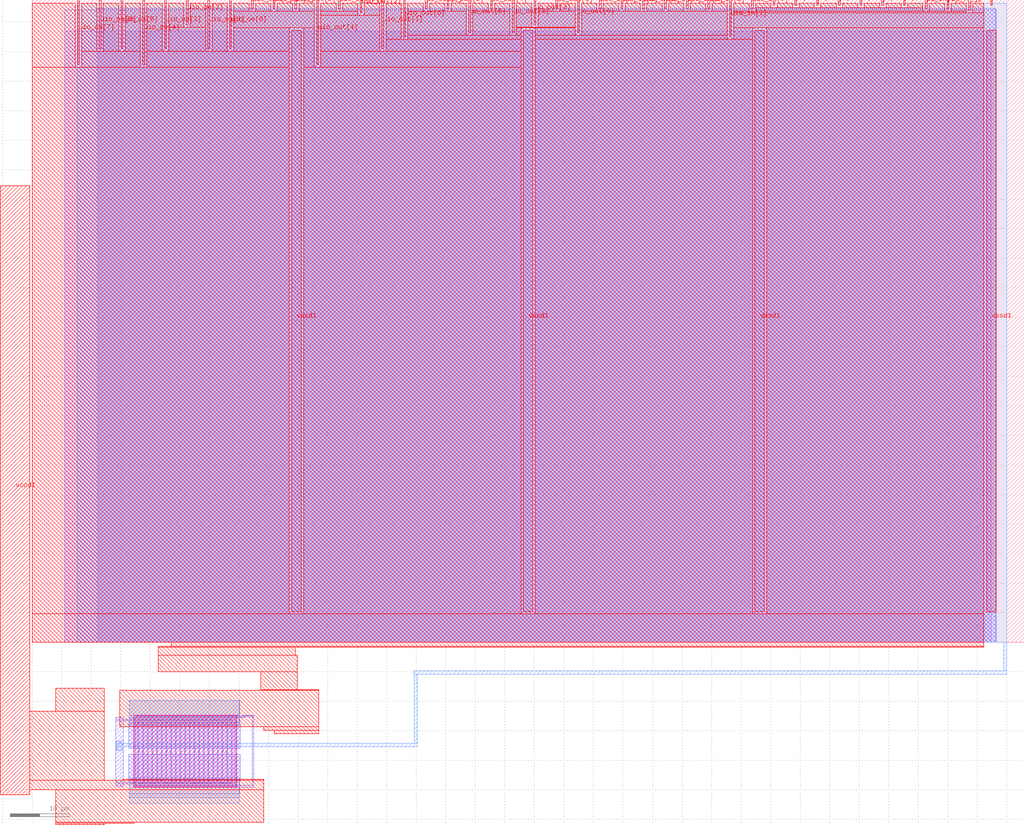
<source format=lef>
VERSION 5.7 ;
  NOWIREEXTENSIONATPIN ON ;
  DIVIDERCHAR "/" ;
  BUSBITCHARS "[]" ;
MACRO tt_um_power_test
  CLASS BLOCK ;
  FOREIGN tt_um_power_test ;
  ORIGIN 0.000 0.000 ;
  SIZE 167.900 BY 108.800 ;
  PIN clk
    DIRECTION INPUT ;
    USE SIGNAL ;
    PORT
      LAYER met4 ;
        RECT 158.550 106.950 158.850 108.800 ;
    END
  END clk
  PIN ena
    DIRECTION INPUT ;
    USE SIGNAL ;
    PORT
      LAYER met4 ;
        RECT 162.230 107.800 162.530 108.800 ;
    END
  END ena
  PIN rst_n
    DIRECTION INPUT ;
    USE SIGNAL ;
    PORT
      LAYER met4 ;
        RECT 154.870 107.260 155.170 108.800 ;
    END
  END rst_n
  PIN ui_in[0]
    DIRECTION INPUT ;
    USE SIGNAL ;
    PORT
      LAYER met4 ;
        RECT 151.190 107.260 151.490 108.800 ;
    END
  END ui_in[0]
  PIN ui_in[1]
    DIRECTION INPUT ;
    USE SIGNAL ;
    PORT
      LAYER met4 ;
        RECT 147.510 107.800 147.810 108.800 ;
    END
  END ui_in[1]
  PIN ui_in[2]
    DIRECTION INPUT ;
    USE SIGNAL ;
    PORT
      LAYER met4 ;
        RECT 143.830 107.800 144.130 108.800 ;
    END
  END ui_in[2]
  PIN ui_in[3]
    DIRECTION INPUT ;
    USE SIGNAL ;
    PORT
      LAYER met4 ;
        RECT 140.150 107.800 140.450 108.800 ;
    END
  END ui_in[3]
  PIN ui_in[4]
    DIRECTION INPUT ;
    USE SIGNAL ;
    PORT
      LAYER met4 ;
        RECT 136.470 107.800 136.770 108.800 ;
    END
  END ui_in[4]
  PIN ui_in[5]
    DIRECTION INPUT ;
    USE SIGNAL ;
    PORT
      LAYER met4 ;
        RECT 132.790 107.800 133.090 108.800 ;
    END
  END ui_in[5]
  PIN ui_in[6]
    DIRECTION INPUT ;
    USE SIGNAL ;
    PORT
      LAYER met4 ;
        RECT 129.110 107.800 129.410 108.800 ;
    END
  END ui_in[6]
  PIN ui_in[7]
    DIRECTION INPUT ;
    USE SIGNAL ;
    PORT
      LAYER met4 ;
        RECT 125.430 107.800 125.730 108.800 ;
    END
  END ui_in[7]
  PIN uio_in[0]
    DIRECTION INPUT ;
    USE SIGNAL ;
    PORT
      LAYER met4 ;
        RECT 121.750 107.260 122.050 108.800 ;
    END
  END uio_in[0]
  PIN uio_in[1]
    DIRECTION INPUT ;
    USE SIGNAL ;
    PORT
      LAYER met4 ;
        RECT 118.070 102.500 118.370 108.800 ;
    END
  END uio_in[1]
  PIN uio_in[2]
    DIRECTION INPUT ;
    USE SIGNAL ;
    PORT
      LAYER met4 ;
        RECT 114.390 107.260 114.690 108.800 ;
    END
  END uio_in[2]
  PIN uio_in[3]
    DIRECTION INPUT ;
    USE SIGNAL ;
    PORT
      LAYER met4 ;
        RECT 110.710 107.260 111.010 108.800 ;
    END
  END uio_in[3]
  PIN uio_in[4]
    DIRECTION INPUT ;
    USE SIGNAL ;
    PORT
      LAYER met4 ;
        RECT 107.030 107.260 107.330 108.800 ;
    END
  END uio_in[4]
  PIN uio_in[5]
    DIRECTION INPUT ;
    USE SIGNAL ;
    PORT
      LAYER met4 ;
        RECT 103.350 107.260 103.650 108.800 ;
    END
  END uio_in[5]
  PIN uio_in[6]
    DIRECTION INPUT ;
    USE SIGNAL ;
    PORT
      LAYER met4 ;
        RECT 99.670 107.260 99.970 108.800 ;
    END
  END uio_in[6]
  PIN uio_in[7]
    DIRECTION INPUT ;
    USE SIGNAL ;
    PORT
      LAYER met4 ;
        RECT 95.990 107.260 96.290 108.800 ;
    END
  END uio_in[7]
  PIN uio_oe[0]
    DIRECTION OUTPUT TRISTATE ;
    USE SIGNAL ;
    PORT
      LAYER met4 ;
        RECT 33.430 100.460 33.730 108.800 ;
    END
  END uio_oe[0]
  PIN uio_oe[1]
    DIRECTION OUTPUT TRISTATE ;
    USE SIGNAL ;
    PORT
      LAYER met4 ;
        RECT 29.750 100.460 30.050 108.800 ;
    END
  END uio_oe[1]
  PIN uio_oe[2]
    DIRECTION OUTPUT TRISTATE ;
    USE SIGNAL ;
    PORT
      LAYER met4 ;
        RECT 26.070 104.540 26.370 108.800 ;
    END
  END uio_oe[2]
  PIN uio_oe[3]
    DIRECTION OUTPUT TRISTATE ;
    USE SIGNAL ;
    PORT
      LAYER met4 ;
        RECT 22.390 100.460 22.690 108.800 ;
    END
  END uio_oe[3]
  PIN uio_oe[4]
    DIRECTION OUTPUT TRISTATE ;
    USE SIGNAL ;
    PORT
      LAYER met4 ;
        RECT 18.710 97.740 19.010 108.800 ;
    END
  END uio_oe[4]
  PIN uio_oe[5]
    DIRECTION OUTPUT TRISTATE ;
    USE SIGNAL ;
    PORT
      LAYER met4 ;
        RECT 15.030 100.460 15.330 108.800 ;
    END
  END uio_oe[5]
  PIN uio_oe[6]
    DIRECTION OUTPUT TRISTATE ;
    USE SIGNAL ;
    PORT
      LAYER met4 ;
        RECT 11.350 100.460 11.650 108.800 ;
    END
  END uio_oe[6]
  PIN uio_oe[7]
    DIRECTION OUTPUT TRISTATE ;
    USE SIGNAL ;
    PORT
      LAYER met4 ;
        RECT 7.670 97.740 7.970 108.800 ;
    END
  END uio_oe[7]
  PIN uio_out[0]
    DIRECTION OUTPUT TRISTATE ;
    USE SIGNAL ;
    PORT
      LAYER met4 ;
        RECT 62.870 102.500 63.170 108.800 ;
    END
  END uio_out[0]
  PIN uio_out[1]
    DIRECTION OUTPUT TRISTATE ;
    USE SIGNAL ;
    PORT
      LAYER met4 ;
        RECT 59.190 100.460 59.490 108.800 ;
    END
  END uio_out[1]
  PIN uio_out[2]
    DIRECTION OUTPUT TRISTATE ;
    USE SIGNAL ;
    PORT
      LAYER met4 ;
        RECT 55.510 106.580 55.810 108.800 ;
    END
  END uio_out[2]
  PIN uio_out[3]
    DIRECTION OUTPUT TRISTATE ;
    USE SIGNAL ;
    PORT
      LAYER met4 ;
        RECT 51.830 107.260 52.130 108.800 ;
    END
  END uio_out[3]
  PIN uio_out[4]
    DIRECTION OUTPUT TRISTATE ;
    USE SIGNAL ;
    PORT
      LAYER met4 ;
        RECT 48.150 97.740 48.450 108.800 ;
    END
  END uio_out[4]
  PIN uio_out[5]
    DIRECTION OUTPUT TRISTATE ;
    USE SIGNAL ;
    PORT
      LAYER met4 ;
        RECT 44.470 107.260 44.770 108.800 ;
    END
  END uio_out[5]
  PIN uio_out[6]
    DIRECTION OUTPUT TRISTATE ;
    USE SIGNAL ;
    PORT
      LAYER met4 ;
        RECT 40.790 107.260 41.090 108.800 ;
    END
  END uio_out[6]
  PIN uio_out[7]
    DIRECTION OUTPUT TRISTATE ;
    USE SIGNAL ;
    PORT
      LAYER met4 ;
        RECT 37.110 107.260 37.410 108.800 ;
    END
  END uio_out[7]
  PIN uo_out[0]
    DIRECTION OUTPUT TRISTATE ;
    USE SIGNAL ;
    PORT
      LAYER met4 ;
        RECT 92.310 103.180 92.610 108.800 ;
    END
  END uo_out[0]
  PIN uo_out[1]
    DIRECTION OUTPUT TRISTATE ;
    USE SIGNAL ;
    PORT
      LAYER met4 ;
        RECT 88.630 107.260 88.930 108.800 ;
    END
  END uo_out[1]
  PIN uo_out[2]
    DIRECTION OUTPUT TRISTATE ;
    USE SIGNAL ;
    PORT
      LAYER met4 ;
        RECT 84.950 104.540 85.250 108.800 ;
    END
  END uo_out[2]
  PIN uo_out[3]
    DIRECTION OUTPUT TRISTATE ;
    USE SIGNAL ;
    PORT
      LAYER met4 ;
        RECT 81.270 103.180 81.570 108.800 ;
    END
  END uo_out[3]
  PIN uo_out[4]
    DIRECTION OUTPUT TRISTATE ;
    USE SIGNAL ;
    PORT
      LAYER met4 ;
        RECT 77.590 107.260 77.890 108.800 ;
    END
  END uo_out[4]
  PIN uo_out[5]
    DIRECTION OUTPUT TRISTATE ;
    USE SIGNAL ;
    PORT
      LAYER met4 ;
        RECT 73.910 103.180 74.210 108.800 ;
    END
  END uo_out[5]
  PIN uo_out[6]
    DIRECTION OUTPUT TRISTATE ;
    USE SIGNAL ;
    PORT
      LAYER met4 ;
        RECT 70.230 107.260 70.530 108.800 ;
    END
  END uo_out[6]
  PIN uo_out[7]
    DIRECTION OUTPUT TRISTATE ;
    USE SIGNAL ;
    PORT
      LAYER met4 ;
        RECT 66.550 107.260 66.850 108.800 ;
    END
  END uo_out[7]
  PIN vssd1
    DIRECTION INOUT ;
    USE GROUND ;
    PORT
      LAYER met4 ;
        RECT 43.930 5.200 45.530 103.600 ;
    END
    PORT
      LAYER met4 ;
        RECT 83.140 5.200 84.740 103.600 ;
    END
    PORT
      LAYER met4 ;
        RECT 122.350 5.200 123.950 103.600 ;
    END
    PORT
      LAYER met4 ;
        RECT 161.560 5.200 163.160 103.600 ;
    END
  END vssd1
  PIN vccd1
    DIRECTION INOUT ;
    USE POWER ;
    PORT
      LAYER met4 ;
        RECT -5.420 -25.800 -0.420 77.240 ;
    END
  END vccd1
  OBS
      LAYER nwell ;
        RECT 17.145 -24.585 34.615 -12.395 ;
      LAYER li1 ;
        RECT 5.520 0.000 162.380 103.445 ;
        RECT 17.325 -12.745 34.435 -12.575 ;
        RECT 17.325 -24.235 17.495 -12.745 ;
        RECT 18.125 -13.255 18.625 -13.085 ;
        RECT 18.915 -13.255 19.415 -13.085 ;
        RECT 19.705 -13.255 20.205 -13.085 ;
        RECT 20.495 -13.255 20.995 -13.085 ;
        RECT 21.285 -13.255 21.785 -13.085 ;
        RECT 22.075 -13.255 22.575 -13.085 ;
        RECT 22.865 -13.255 23.365 -13.085 ;
        RECT 23.655 -13.255 24.155 -13.085 ;
        RECT 24.445 -13.255 24.945 -13.085 ;
        RECT 25.235 -13.255 25.735 -13.085 ;
        RECT 26.025 -13.255 26.525 -13.085 ;
        RECT 26.815 -13.255 27.315 -13.085 ;
        RECT 27.605 -13.255 28.105 -13.085 ;
        RECT 28.395 -13.255 28.895 -13.085 ;
        RECT 29.185 -13.255 29.685 -13.085 ;
        RECT 29.975 -13.255 30.475 -13.085 ;
        RECT 30.765 -13.255 31.265 -13.085 ;
        RECT 31.555 -13.255 32.055 -13.085 ;
        RECT 32.345 -13.255 32.845 -13.085 ;
        RECT 33.135 -13.255 33.635 -13.085 ;
        RECT 17.895 -23.510 18.065 -13.470 ;
        RECT 18.685 -23.510 18.855 -13.470 ;
        RECT 19.475 -23.510 19.645 -13.470 ;
        RECT 20.265 -23.510 20.435 -13.470 ;
        RECT 21.055 -23.510 21.225 -13.470 ;
        RECT 21.845 -23.510 22.015 -13.470 ;
        RECT 22.635 -23.510 22.805 -13.470 ;
        RECT 23.425 -23.510 23.595 -13.470 ;
        RECT 24.215 -23.510 24.385 -13.470 ;
        RECT 25.005 -23.510 25.175 -13.470 ;
        RECT 25.795 -23.510 25.965 -13.470 ;
        RECT 26.585 -23.510 26.755 -13.470 ;
        RECT 27.375 -23.510 27.545 -13.470 ;
        RECT 28.165 -23.510 28.335 -13.470 ;
        RECT 28.955 -23.510 29.125 -13.470 ;
        RECT 29.745 -23.510 29.915 -13.470 ;
        RECT 30.535 -23.510 30.705 -13.470 ;
        RECT 31.325 -23.510 31.495 -13.470 ;
        RECT 32.115 -23.510 32.285 -13.470 ;
        RECT 32.905 -23.510 33.075 -13.470 ;
        RECT 33.695 -23.510 33.865 -13.470 ;
        RECT 18.125 -23.895 18.625 -23.725 ;
        RECT 18.915 -23.895 19.415 -23.725 ;
        RECT 19.705 -23.895 20.205 -23.725 ;
        RECT 20.495 -23.895 20.995 -23.725 ;
        RECT 21.285 -23.895 21.785 -23.725 ;
        RECT 22.075 -23.895 22.575 -23.725 ;
        RECT 22.865 -23.895 23.365 -23.725 ;
        RECT 23.655 -23.895 24.155 -23.725 ;
        RECT 24.445 -23.895 24.945 -23.725 ;
        RECT 25.235 -23.895 25.735 -23.725 ;
        RECT 26.025 -23.895 26.525 -23.725 ;
        RECT 26.815 -23.895 27.315 -23.725 ;
        RECT 27.605 -23.895 28.105 -23.725 ;
        RECT 28.395 -23.895 28.895 -23.725 ;
        RECT 29.185 -23.895 29.685 -23.725 ;
        RECT 29.975 -23.895 30.475 -23.725 ;
        RECT 30.765 -23.895 31.265 -23.725 ;
        RECT 31.555 -23.895 32.055 -23.725 ;
        RECT 32.345 -23.895 32.845 -23.725 ;
        RECT 33.135 -23.895 33.635 -23.725 ;
        RECT 34.265 -24.235 34.435 -12.745 ;
        RECT 17.325 -24.405 34.435 -24.235 ;
      LAYER met1 ;
        RECT 5.520 0.000 163.160 107.060 ;
        RECT 17.720 -12.480 35.140 -12.430 ;
        RECT 35.590 -12.480 37.530 -12.320 ;
        RECT 17.720 -12.620 37.530 -12.480 ;
        RECT 14.170 -13.020 15.400 -12.700 ;
        RECT 17.720 -12.780 35.890 -12.620 ;
        RECT 17.720 -12.790 35.140 -12.780 ;
        RECT 14.170 -13.320 33.960 -13.020 ;
        RECT 14.170 -23.660 15.400 -13.320 ;
        RECT 17.865 -13.660 18.095 -13.575 ;
        RECT 19.445 -13.660 19.675 -13.575 ;
        RECT 21.025 -13.660 21.255 -13.575 ;
        RECT 22.605 -13.660 22.835 -13.575 ;
        RECT 24.185 -13.660 24.415 -13.575 ;
        RECT 25.765 -13.660 25.995 -13.575 ;
        RECT 27.345 -13.660 27.575 -13.575 ;
        RECT 28.925 -13.660 29.155 -13.575 ;
        RECT 30.505 -13.660 30.735 -13.575 ;
        RECT 32.085 -13.660 32.315 -13.575 ;
        RECT 33.665 -13.660 33.895 -13.575 ;
        RECT 16.320 -17.970 35.220 -13.660 ;
        RECT 17.865 -18.635 18.095 -17.970 ;
        RECT 18.655 -18.990 18.885 -18.345 ;
        RECT 19.445 -18.635 19.675 -17.970 ;
        RECT 20.235 -18.990 20.465 -18.345 ;
        RECT 21.025 -18.635 21.255 -17.970 ;
        RECT 21.815 -18.990 22.045 -18.345 ;
        RECT 22.605 -18.635 22.835 -17.970 ;
        RECT 23.395 -18.990 23.625 -18.345 ;
        RECT 24.185 -18.635 24.415 -17.970 ;
        RECT 24.975 -18.990 25.205 -18.345 ;
        RECT 25.765 -18.635 25.995 -17.970 ;
        RECT 26.555 -18.990 26.785 -18.345 ;
        RECT 27.345 -18.635 27.575 -17.970 ;
        RECT 28.135 -18.990 28.365 -18.345 ;
        RECT 28.925 -18.635 29.155 -17.970 ;
        RECT 29.715 -18.990 29.945 -18.345 ;
        RECT 30.505 -18.635 30.735 -17.970 ;
        RECT 31.295 -18.990 31.525 -18.345 ;
        RECT 32.085 -18.635 32.315 -17.970 ;
        RECT 32.875 -18.990 33.105 -18.345 ;
        RECT 33.665 -18.635 33.895 -17.970 ;
        RECT 16.340 -23.300 35.240 -18.990 ;
        RECT 18.655 -23.405 18.885 -23.300 ;
        RECT 20.235 -23.405 20.465 -23.300 ;
        RECT 21.815 -23.405 22.045 -23.300 ;
        RECT 23.395 -23.405 23.625 -23.300 ;
        RECT 24.975 -23.405 25.205 -23.300 ;
        RECT 26.555 -23.405 26.785 -23.300 ;
        RECT 28.135 -23.405 28.365 -23.300 ;
        RECT 29.715 -23.405 29.945 -23.300 ;
        RECT 31.295 -23.405 31.525 -23.300 ;
        RECT 32.875 -23.405 33.105 -23.300 ;
        RECT 14.170 -23.670 18.180 -23.660 ;
        RECT 14.170 -23.960 33.970 -23.670 ;
        RECT 14.170 -24.350 15.400 -23.960 ;
        RECT 17.840 -23.970 33.970 -23.960 ;
        RECT 17.700 -24.210 35.490 -24.180 ;
        RECT 37.230 -24.210 37.530 -12.620 ;
        RECT 17.700 -24.510 37.530 -24.210 ;
      LAYER met2 ;
        RECT 11.130 0.000 163.130 107.285 ;
        RECT 16.450 -12.360 35.110 -9.850 ;
        RECT 16.450 -12.800 35.070 -12.360 ;
        RECT 16.450 -13.660 35.110 -12.800 ;
        RECT 14.190 -18.260 15.410 -16.760 ;
        RECT 16.320 -17.970 35.220 -13.660 ;
        RECT 16.340 -23.300 35.240 -18.990 ;
        RECT 16.380 -25.640 35.090 -23.300 ;
        RECT 16.380 -26.290 35.040 -25.640 ;
      LAYER met3 ;
        RECT 7.630 0.000 164.960 108.150 ;
        RECT 164.430 -4.855 164.940 0.000 ;
        RECT 64.610 -5.375 164.945 -4.855 ;
        RECT 16.390 -14.120 35.040 -9.860 ;
        RECT 64.680 -17.125 65.200 -5.375 ;
        RECT 14.250 -17.670 65.215 -17.125 ;
        RECT 16.390 -27.220 35.040 -22.960 ;
      LAYER met4 ;
        RECT 0.000 97.340 7.270 108.150 ;
        RECT 8.370 100.060 10.950 108.150 ;
        RECT 12.050 100.060 14.630 108.150 ;
        RECT 15.730 100.060 18.310 108.150 ;
        RECT 8.370 97.340 18.310 100.060 ;
        RECT 19.410 100.060 21.990 108.150 ;
        RECT 23.090 104.140 25.670 108.150 ;
        RECT 26.770 104.140 29.350 108.150 ;
        RECT 23.090 100.060 29.350 104.140 ;
        RECT 30.450 100.060 33.030 108.150 ;
        RECT 34.130 106.860 36.710 108.150 ;
        RECT 37.810 106.860 40.390 108.150 ;
        RECT 41.490 106.860 44.070 108.150 ;
        RECT 45.170 106.860 47.750 108.150 ;
        RECT 34.130 104.000 47.750 106.860 ;
        RECT 34.130 100.060 43.530 104.000 ;
        RECT 19.410 97.340 43.530 100.060 ;
        RECT 0.000 4.800 43.530 97.340 ;
        RECT 45.930 97.340 47.750 104.000 ;
        RECT 48.850 106.860 51.430 108.150 ;
        RECT 52.530 106.860 55.110 108.150 ;
        RECT 48.850 106.180 55.110 106.860 ;
        RECT 56.210 106.180 58.790 108.150 ;
        RECT 48.850 100.060 58.790 106.180 ;
        RECT 59.890 102.100 62.470 108.150 ;
        RECT 63.570 106.860 66.150 108.150 ;
        RECT 67.250 106.860 69.830 108.150 ;
        RECT 70.930 106.860 73.510 108.150 ;
        RECT 63.570 102.780 73.510 106.860 ;
        RECT 74.610 106.860 77.190 108.150 ;
        RECT 78.290 106.860 80.870 108.150 ;
        RECT 74.610 102.780 80.870 106.860 ;
        RECT 81.970 104.140 84.550 108.150 ;
        RECT 85.650 106.860 88.230 108.150 ;
        RECT 89.330 106.860 91.910 108.150 ;
        RECT 85.650 104.140 91.910 106.860 ;
        RECT 81.970 104.000 91.910 104.140 ;
        RECT 81.970 102.780 82.740 104.000 ;
        RECT 63.570 102.100 82.740 102.780 ;
        RECT 59.890 100.060 82.740 102.100 ;
        RECT 48.850 97.340 82.740 100.060 ;
        RECT 45.930 4.800 82.740 97.340 ;
        RECT 85.140 102.780 91.910 104.000 ;
        RECT 93.010 106.860 95.590 108.150 ;
        RECT 96.690 106.860 99.270 108.150 ;
        RECT 100.370 106.860 102.950 108.150 ;
        RECT 104.050 106.860 106.630 108.150 ;
        RECT 107.730 106.860 110.310 108.150 ;
        RECT 111.410 106.860 113.990 108.150 ;
        RECT 115.090 106.860 117.670 108.150 ;
        RECT 93.010 102.780 117.670 106.860 ;
        RECT 85.140 102.100 117.670 102.780 ;
        RECT 118.770 106.860 121.350 108.150 ;
        RECT 122.450 107.400 125.030 108.150 ;
        RECT 126.130 107.400 128.710 108.150 ;
        RECT 129.810 107.400 132.390 108.150 ;
        RECT 133.490 107.400 136.070 108.150 ;
        RECT 137.170 107.400 139.750 108.150 ;
        RECT 140.850 107.400 143.430 108.150 ;
        RECT 144.530 107.400 147.110 108.150 ;
        RECT 148.210 107.400 150.790 108.150 ;
        RECT 122.450 106.860 150.790 107.400 ;
        RECT 151.890 106.860 154.470 108.150 ;
        RECT 155.570 106.860 158.150 108.150 ;
        RECT 118.770 106.550 158.150 106.860 ;
        RECT 159.250 106.550 161.090 108.150 ;
        RECT 118.770 104.000 161.090 106.550 ;
        RECT 118.770 102.100 121.950 104.000 ;
        RECT 85.140 4.800 121.950 102.100 ;
        RECT 124.350 4.800 161.090 104.000 ;
        RECT 0.000 0.000 161.090 4.800 ;
        RECT 23.540 -0.640 161.090 0.000 ;
        RECT 21.340 -0.860 161.090 -0.640 ;
        RECT 21.340 -2.180 44.530 -0.860 ;
        RECT 21.340 -4.970 44.840 -2.180 ;
        RECT 4.020 -11.690 12.210 -7.750 ;
        RECT 38.660 -8.030 44.840 -4.970 ;
        RECT 38.660 -8.140 48.540 -8.030 ;
        RECT -0.420 -23.390 12.210 -11.690 ;
        RECT 14.850 -14.320 48.540 -8.140 ;
        RECT 39.150 -14.870 48.540 -14.320 ;
        RECT 40.970 -15.470 48.540 -14.870 ;
        RECT 15.320 -23.390 39.150 -23.220 ;
        RECT -0.420 -25.000 39.150 -23.390 ;
        RECT 4.020 -30.480 39.150 -25.000 ;
        RECT 4.020 -30.600 17.230 -30.480 ;
        RECT 4.020 -30.860 12.210 -30.600 ;
  END
END tt_um_power_test
END LIBRARY


</source>
